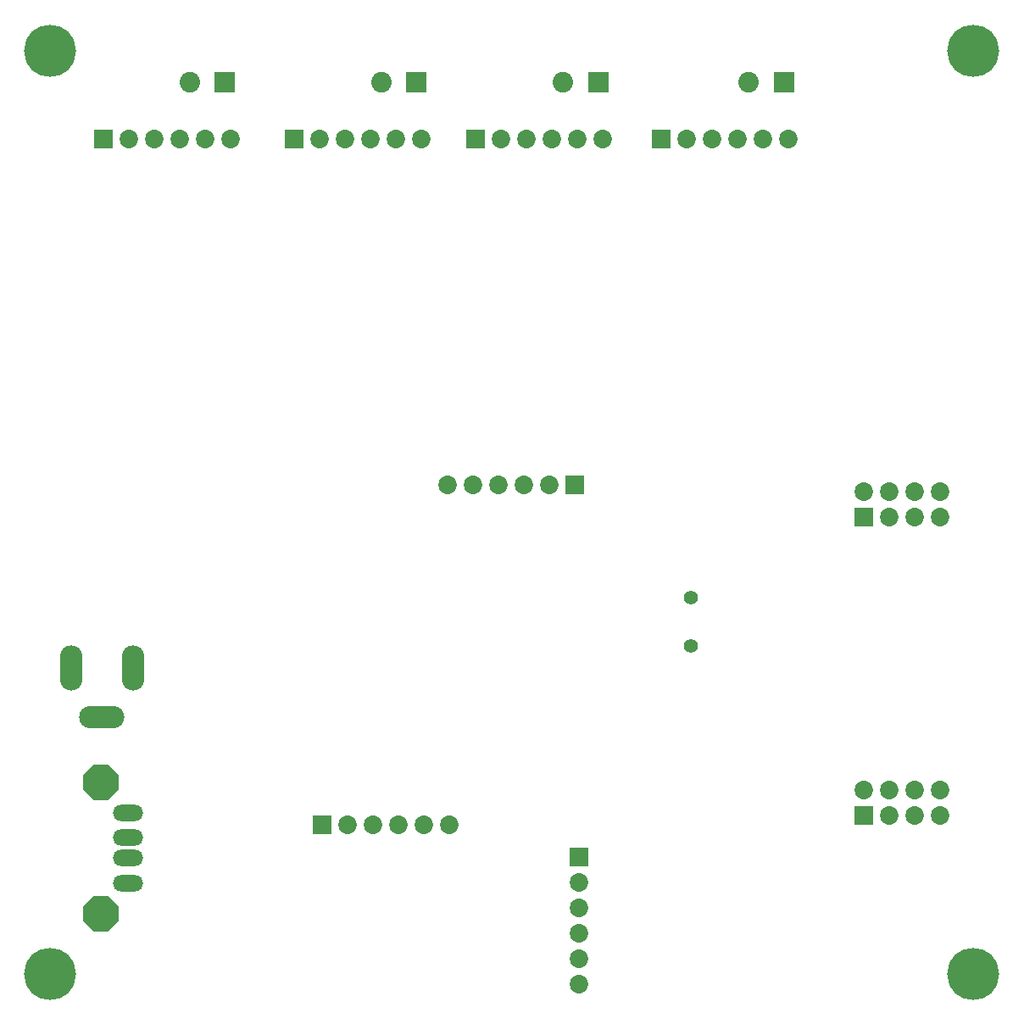
<source format=gbs>
G04 Layer_Color=16711935*
%FSLAX25Y25*%
%MOIN*%
G70*
G01*
G75*
%ADD82R,0.07300X0.07300*%
%ADD83C,0.07300*%
%ADD84C,0.20485*%
%ADD85R,0.07300X0.07300*%
%ADD86C,0.08083*%
%ADD87R,0.08083X0.08083*%
%ADD88O,0.17800X0.08800*%
%ADD89O,0.08800X0.17800*%
%ADD90C,0.05600*%
%ADD91P,0.15101X8X292.5*%
%ADD92O,0.12020X0.06410*%
D82*
X36700Y356100D02*
D03*
X335800Y90300D02*
D03*
Y207500D02*
D03*
X222300Y220300D02*
D03*
X256300Y356100D02*
D03*
X183300D02*
D03*
X111800D02*
D03*
X123000Y86500D02*
D03*
D83*
X46700Y356100D02*
D03*
X56700D02*
D03*
X66700D02*
D03*
X76700D02*
D03*
X86700D02*
D03*
X345800Y90300D02*
D03*
X355800D02*
D03*
X365800D02*
D03*
Y100300D02*
D03*
X355800D02*
D03*
X345800D02*
D03*
X335800D02*
D03*
X345800Y207500D02*
D03*
X355800D02*
D03*
X365800D02*
D03*
Y217500D02*
D03*
X355800D02*
D03*
X345800D02*
D03*
X335800D02*
D03*
X224000Y24000D02*
D03*
Y34000D02*
D03*
Y44000D02*
D03*
Y54000D02*
D03*
Y64000D02*
D03*
X212300Y220300D02*
D03*
X202300D02*
D03*
X192300D02*
D03*
X182300D02*
D03*
X172300D02*
D03*
X266300Y356100D02*
D03*
X276300D02*
D03*
X286300D02*
D03*
X296300D02*
D03*
X306300D02*
D03*
X193300D02*
D03*
X203300D02*
D03*
X213300D02*
D03*
X223300D02*
D03*
X233300D02*
D03*
X121800D02*
D03*
X131800D02*
D03*
X141800D02*
D03*
X151800D02*
D03*
X161800D02*
D03*
X133000Y86500D02*
D03*
X143000D02*
D03*
X153000D02*
D03*
X163000D02*
D03*
X173000D02*
D03*
D84*
X379000Y391000D02*
D03*
X16000D02*
D03*
Y28000D02*
D03*
X379000D02*
D03*
D85*
X224000Y74000D02*
D03*
D86*
X217610Y378600D02*
D03*
X290610D02*
D03*
X70820D02*
D03*
X146110D02*
D03*
D87*
X231390D02*
D03*
X304390D02*
D03*
X84600D02*
D03*
X159890D02*
D03*
D88*
X36100Y128800D02*
D03*
D89*
X48600Y148300D02*
D03*
X24100D02*
D03*
D90*
X268000Y176000D02*
D03*
Y157000D02*
D03*
D91*
X35700Y51534D02*
D03*
Y103266D02*
D03*
D92*
X46369Y63620D02*
D03*
Y73463D02*
D03*
Y81337D02*
D03*
Y91180D02*
D03*
M02*

</source>
